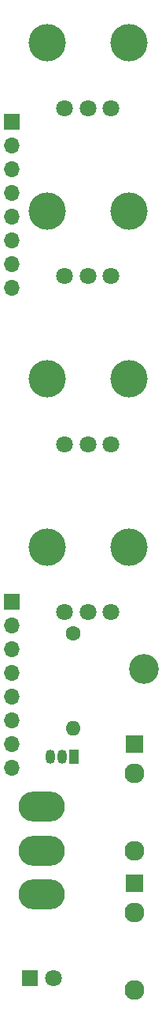
<source format=gts>
G04 #@! TF.GenerationSoftware,KiCad,Pcbnew,7.0.7-7.0.7~ubuntu22.04.1*
G04 #@! TF.CreationDate,2023-09-25T23:33:45+02:00*
G04 #@! TF.ProjectId,Basic-ADSR,42617369-632d-4414-9453-522e6b696361,rev?*
G04 #@! TF.SameCoordinates,Original*
G04 #@! TF.FileFunction,Soldermask,Top*
G04 #@! TF.FilePolarity,Negative*
%FSLAX46Y46*%
G04 Gerber Fmt 4.6, Leading zero omitted, Abs format (unit mm)*
G04 Created by KiCad (PCBNEW 7.0.7-7.0.7~ubuntu22.04.1) date 2023-09-25 23:33:45*
%MOMM*%
%LPD*%
G01*
G04 APERTURE LIST*
%ADD10R,1.800000X1.800000*%
%ADD11C,1.800000*%
%ADD12C,4.000000*%
%ADD13C,1.600000*%
%ADD14O,1.600000X1.600000*%
%ADD15O,5.000000X3.200000*%
%ADD16R,1.930000X1.830000*%
%ADD17C,2.130000*%
%ADD18C,3.200000*%
%ADD19R,1.050000X1.500000*%
%ADD20O,1.050000X1.500000*%
%ADD21R,1.700000X1.700000*%
%ADD22O,1.700000X1.700000*%
G04 APERTURE END LIST*
D10*
X67725000Y-140750000D03*
D11*
X70265000Y-140750000D03*
D12*
X69600000Y-76600000D03*
X78400000Y-76600000D03*
D11*
X71500000Y-83600000D03*
X74000000Y-83600000D03*
X76500000Y-83600000D03*
D13*
X72400000Y-103820000D03*
D14*
X72400000Y-113980000D03*
D12*
X69600000Y-58600000D03*
X78400000Y-58600000D03*
D11*
X71500000Y-65600000D03*
X74000000Y-65600000D03*
X76500000Y-65600000D03*
D12*
X69600000Y-94600000D03*
X78400000Y-94600000D03*
D11*
X71500000Y-101600000D03*
X74000000Y-101600000D03*
X76500000Y-101600000D03*
D15*
X69000000Y-131800000D03*
X69000000Y-127100000D03*
X69000000Y-122400000D03*
D16*
X79000000Y-130600000D03*
D17*
X79000000Y-142000000D03*
X79000000Y-133700000D03*
D16*
X79000000Y-115720000D03*
D17*
X79000000Y-127120000D03*
X79000000Y-118820000D03*
D18*
X80000000Y-107700000D03*
D12*
X69600000Y-40600000D03*
X78400000Y-40600000D03*
D11*
X71500000Y-47600000D03*
X74000000Y-47600000D03*
X76500000Y-47600000D03*
D19*
X72470000Y-117100000D03*
D20*
X71200000Y-117100000D03*
X69930000Y-117100000D03*
D21*
X65800000Y-49100000D03*
D22*
X65800000Y-51640000D03*
X65800000Y-54180000D03*
X65800000Y-56720000D03*
X65800000Y-59260000D03*
X65800000Y-61800000D03*
X65800000Y-64340000D03*
X65800000Y-66880000D03*
D21*
X65800000Y-100500000D03*
D22*
X65800000Y-103040000D03*
X65800000Y-105580000D03*
X65800000Y-108120000D03*
X65800000Y-110660000D03*
X65800000Y-113200000D03*
X65800000Y-115740000D03*
X65800000Y-118280000D03*
M02*

</source>
